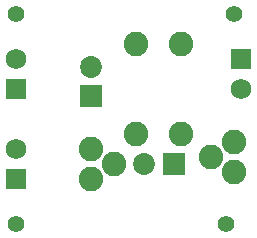
<source format=gbr>
G04 EAGLE Gerber RS-274X export*
G75*
%MOMM*%
%FSLAX34Y34*%
%LPD*%
%INSoldermask Bottom*%
%IPPOS*%
%AMOC8*
5,1,8,0,0,1.08239X$1,22.5*%
G01*
%ADD10C,0.553200*%
%ADD11R,1.854200X1.854200*%
%ADD12C,1.854200*%
%ADD13C,2.082800*%
%ADD14R,1.727200X1.727200*%
%ADD15C,1.727200*%
%ADD16C,1.409600*%


D10*
X31750Y12700D03*
X31750Y190500D03*
X209550Y12700D03*
X215900Y190500D03*
D11*
X95250Y120850D03*
D12*
X95250Y145850D03*
D11*
X164900Y63500D03*
D12*
X139900Y63500D03*
D13*
X95250Y76200D03*
X114300Y63500D03*
X95250Y50800D03*
X215900Y57150D03*
X196850Y69850D03*
X215900Y82550D03*
X171450Y88900D03*
X171450Y165100D03*
X133350Y88900D03*
X133350Y165100D03*
D14*
X31750Y127200D03*
D15*
X31750Y152200D03*
D14*
X31750Y51000D03*
D15*
X31750Y76000D03*
D14*
X222250Y152200D03*
D15*
X222250Y127200D03*
D16*
X31750Y12700D03*
X31750Y190500D03*
X215900Y190500D03*
X209550Y12700D03*
M02*

</source>
